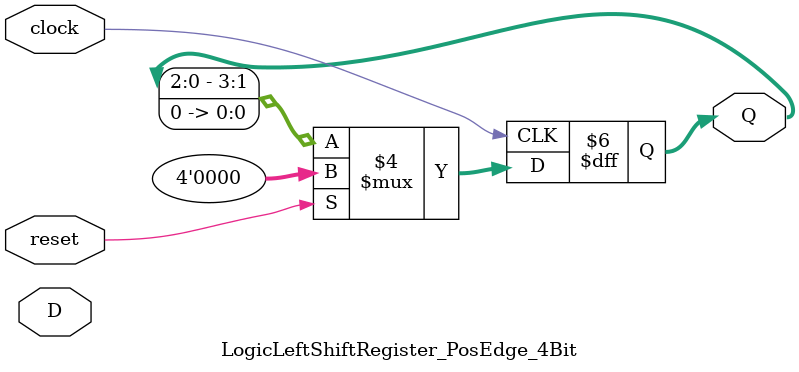
<source format=v>
module LogicLeftShiftRegister_PosEdge_4Bit (clock, reset, D, Q);
    input clock;
    input reset;
    input [3:0] D;
    output reg [3:0] Q;

    always @(posedge clock)
    begin
        if (reset)
            Q = 4'b0000;
        else
            Q = Q << 1 ;        
    end
endmodule

</source>
